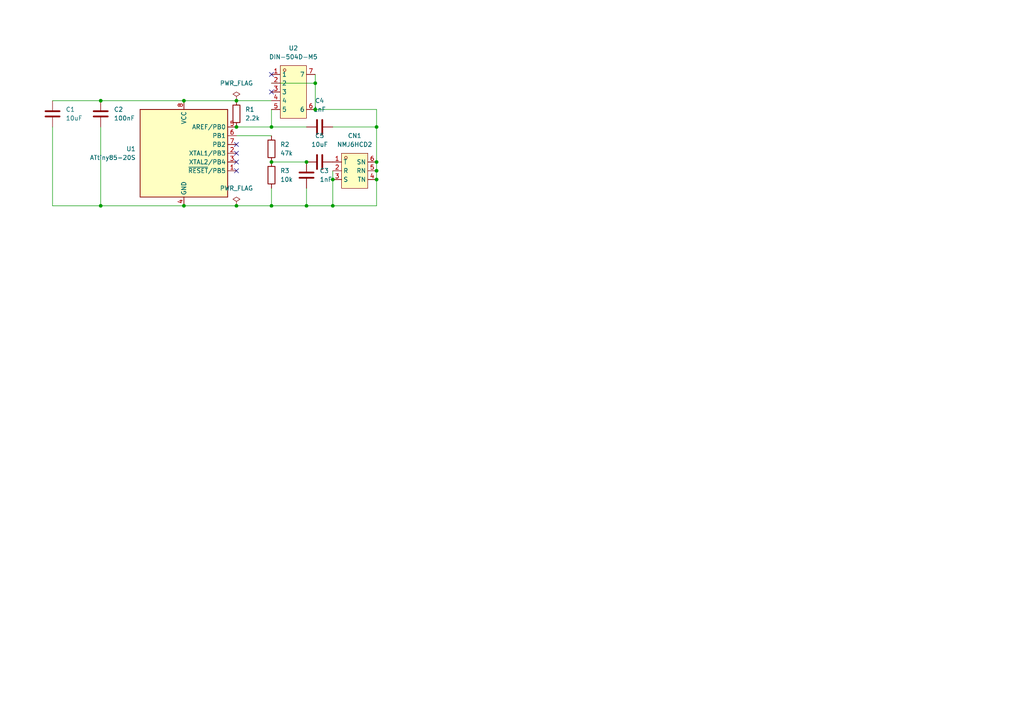
<source format=kicad_sch>
(kicad_sch (version 20250114) (generator "eeschema") (generator_version "9.0")
  (paper "A4")
  (lib_symbols
    (symbol "Device:C" (pin_numbers (hide yes)) (pin_names (offset 0.254))
      (property "Reference" "C" (at 0.635 2.54 0))
      (property "Value" "C" (at 0.635 -2.54 0))
      (symbol "C_0_1"
        (polyline (pts (xy -2.032 0.762) (xy 2.032 0.762)) (stroke (width 0.508)))
        (polyline (pts (xy -2.032 -0.762) (xy 2.032 -0.762)) (stroke (width 0.508)))
      )
      (symbol "C_1_1"
        (pin passive line (at 0 3.81 270) (length 2.794) (name "~") (number "1"))
        (pin passive line (at 0 -3.81 90) (length 2.794) (name "~") (number "2"))
      )
    )
    (symbol "Device:R" (pin_numbers (hide yes)) (pin_names (offset 0))
      (property "Reference" "R" (at 2.032 0 90))
      (property "Value" "R" (at 0 0 90))
      (symbol "R_0_1"
        (rectangle (start -1.016 -2.54) (end 1.016 2.54) (stroke (width 0.254)))
      )
      (symbol "R_1_1"
        (pin passive line (at 0 3.81 270) (length 1.27) (name "~") (number "1"))
        (pin passive line (at 0 -3.81 90) (length 1.27) (name "~") (number "2"))
      )
    )
    (symbol "MCU_Microchip_ATtiny:ATtiny85-20S"
      (property "Reference" "U" (at -12.7 13.97 0))
      (property "Value" "ATtiny85-20S" (at 2.54 -13.97 0))
      (symbol "ATtiny85-20S_0_1"
        (rectangle (start -12.7 -12.7) (end 12.7 12.7) (stroke (width 0.254)) (fill (type background)))
      )
      (symbol "ATtiny85-20S_1_1"
        (pin power_in line (at 0 15.24 270) (length 2.54) (name "VCC") (number "8"))
        (pin power_in line (at 0 -15.24 90) (length 2.54) (name "GND") (number "4"))
        (pin bidirectional line (at 15.24 7.62 180) (length 2.54) (name "AREF/PB0") (number "5"))
        (pin bidirectional line (at 15.24 5.08 180) (length 2.54) (name "PB1") (number "6"))
        (pin bidirectional line (at 15.24 2.54 180) (length 2.54) (name "PB2") (number "7"))
        (pin bidirectional line (at 15.24 0 180) (length 2.54) (name "XTAL1/PB3") (number "2"))
        (pin bidirectional line (at 15.24 -2.54 180) (length 2.54) (name "XTAL2/PB4") (number "3"))
        (pin bidirectional line (at 15.24 -5.08 180) (length 2.54) (name "~{RESET}/PB5") (number "1"))
      )
    )
    (symbol "audio:NMJ6HCD2"
      (property "Reference" "CN" (at 0 7.62 0))
      (property "Value" "NMJ6HCD2" (at 0 -7.62 0))
      (symbol "NMJ6HCD2_0_1"
        (rectangle (start -3.81 5.08) (end 3.81 -5.08) (fill (type background)))
        (circle (center -2.54 3.81) (radius 0.38))
        (pin unspecified line (at -6.35 2.54 0) (length 2.54) (name "T") (number "1"))
        (pin unspecified line (at -6.35 0 0) (length 2.54) (name "R") (number "2"))
        (pin unspecified line (at -6.35 -2.54 0) (length 2.54) (name "S") (number "3"))
        (pin unspecified line (at 6.35 2.54 180) (length 2.54) (name "SN") (number "6"))
        (pin unspecified line (at 6.35 0 180) (length 2.54) (name "RN") (number "5"))
        (pin unspecified line (at 6.35 -2.54 180) (length 2.54) (name "TN") (number "4"))
      )
    )
    (symbol "din5:DIN-504D-M5"
      (property "Reference" "U" (at 0 10.16 0))
      (property "Value" "DIN-504D-M5" (at 0 -10.16 0))
      (symbol "DIN-504D-M5_0_1"
        (rectangle (start -3.81 7.62) (end 3.81 -7.62) (fill (type background)))
        (circle (center -2.54 6.35) (radius 0.38))
        (pin unspecified line (at -6.35 5.08 0) (length 2.54) (name "1") (number "1"))
        (pin unspecified line (at -6.35 2.54 0) (length 2.54) (name "2") (number "2"))
        (pin unspecified line (at -6.35 0 0) (length 2.54) (name "3") (number "3"))
        (pin unspecified line (at -6.35 -2.54 0) (length 2.54) (name "4") (number "4"))
        (pin unspecified line (at -6.35 -5.08 0) (length 2.54) (name "5") (number "5"))
        (pin unspecified line (at 6.35 5.08 180) (length 2.54) (name "7") (number "7"))
        (pin unspecified line (at 6.35 -5.08 180) (length 2.54) (name "6") (number "6"))
      )
    )
    (symbol "power:PWR_FLAG" (power) (pin_numbers (hide yes)) (pin_names (offset 0) (hide yes))
      (property "Value" "PWR_FLAG" (at 0 3.81 0))
      (symbol "PWR_FLAG_0_0"
        (pin power_out line (at 0 0 90) (length 0) (name "~") (number "1"))
      )
      (symbol "PWR_FLAG_0_1"
        (polyline (pts (xy 0 0) (xy 0 1.27) (xy -1.016 1.905) (xy 0 2.54) (xy 1.016 1.905) (xy 0 1.27)))
      )
    )
  )
  (junction (at 91.44 31.75))
  (junction (at 53.34 59.69))
  (junction (at 29.21 29.21))
  (junction (at 78.74 59.69))
  (junction (at 109.22 46.99))
  (junction (at 96.52 52.07))
  (junction (at 91.44 24.13))
  (junction (at 109.22 49.53))
  (junction (at 29.21 59.69))
  (junction (at 109.22 36.83))
  (junction (at 78.74 36.83))
  (junction (at 88.9 46.99))
  (junction (at 53.34 29.21))
  (junction (at 109.22 52.07))
  (junction (at 78.74 46.99))
  (junction (at 68.58 29.21))
  (junction (at 68.58 59.69))
  (junction (at 96.52 59.69))
  (junction (at 88.9 59.69))
  (junction (at 68.58 36.83))
  (no_connect (at 68.58 41.91))
  (no_connect (at 68.58 46.99))
  (no_connect (at 78.74 26.67))
  (no_connect (at 78.74 21.59))
  (no_connect (at 68.58 49.53))
  (no_connect (at 68.58 44.45))
  (wire (pts (xy 91.44 31.75) (xy 109.22 31.75)))
  (wire (pts (xy 96.52 59.69) (xy 88.9 59.69)))
  (wire (pts (xy 91.44 24.13) (xy 91.44 21.59)))
  (wire (pts (xy 53.34 29.21) (xy 68.58 29.21)))
  (wire (pts (xy 109.22 46.99) (xy 109.22 49.53)))
  (wire (pts (xy 109.22 36.83) (xy 109.22 46.99)))
  (wire (pts (xy 29.21 59.69) (xy 53.34 59.69)))
  (wire (pts (xy 68.58 39.37) (xy 78.74 39.37)))
  (wire (pts (xy 78.74 59.69) (xy 68.58 59.69)))
  (wire (pts (xy 109.22 31.75) (xy 109.22 36.83)))
  (wire (pts (xy 96.52 36.83) (xy 109.22 36.83)))
  (wire (pts (xy 96.52 49.53) (xy 96.52 52.07)))
  (wire (pts (xy 109.22 49.53) (xy 109.22 52.07)))
  (wire (pts (xy 68.58 36.83) (xy 78.74 36.83)))
  (wire (pts (xy 109.22 59.69) (xy 96.52 59.69)))
  (wire (pts (xy 109.22 52.07) (xy 109.22 59.69)))
  (wire (pts (xy 15.24 36.83) (xy 15.24 59.69)))
  (wire (pts (xy 15.24 29.21) (xy 29.21 29.21)))
  (wire (pts (xy 29.21 36.83) (xy 29.21 59.69)))
  (wire (pts (xy 78.74 24.13) (xy 91.44 24.13)))
  (wire (pts (xy 78.74 36.83) (xy 88.9 36.83)))
  (wire (pts (xy 88.9 54.61) (xy 88.9 59.69)))
  (wire (pts (xy 78.74 54.61) (xy 78.74 59.69)))
  (wire (pts (xy 88.9 59.69) (xy 78.74 59.69)))
  (wire (pts (xy 96.52 52.07) (xy 96.52 59.69)))
  (wire (pts (xy 68.58 59.69) (xy 53.34 59.69)))
  (wire (pts (xy 91.44 24.13) (xy 91.44 31.75)))
  (wire (pts (xy 68.58 29.21) (xy 78.74 29.21)))
  (wire (pts (xy 78.74 46.99) (xy 88.9 46.99)))
  (wire (pts (xy 29.21 29.21) (xy 53.34 29.21)))
  (wire (pts (xy 78.74 31.75) (xy 78.74 36.83)))
  (wire (pts (xy 15.24 59.69) (xy 29.21 59.69)))
  (symbol (lib_id "Device:C") (at 92.71 36.83 90) (unit 1)
    (property "Reference" "C4" (at 92.71 29.21 90))
    (property "Value" "1nF" (at 92.71 31.75 90))
    (property "Footprint" "Capacitor_SMD:C_1206_3216Metric" (effects (hide yes)))
    (property "Description" "Unpolarized capacitor" (effects (hide yes)))
  )
  (symbol (lib_id "Device:C") (at 29.21 33.02 0) (unit 1)
    (property "Reference" "C2" (at 33.02 31.7499 0) (effects (justify left)))
    (property "Value" "100nF" (at 33.02 34.2899 0) (effects (justify left)))
    (property "Footprint" "Capacitor_SMD:C_1206_3216Metric" (effects (hide yes)))
    (property "Description" "Unpolarized capacitor" (effects (hide yes)))
  )
  (symbol (lib_id "audio:NMJ6HCD2") (at 102.87 49.53 0) (unit 1)
    (property "Reference" "CN1" (at 102.87 39.37 0))
    (property "Value" "NMJ6HCD2" (at 102.87 41.91 0))
    (property "Footprint" "audio:AUDIO-TH_NMJ6HCD2" (effects (hide yes)))
    (property "LCSC Part" "C368502" (effects (hide yes)))
  )
  (symbol (lib_id "Device:R") (at 78.74 50.8 0) (unit 1)
    (property "Reference" "R3" (at 81.28 49.5299 0) (effects (justify left)))
    (property "Value" "10k" (at 81.28 52.0699 0) (effects (justify left)))
    (property "Footprint" "Resistor_SMD:R_1206_3216Metric" (effects (hide yes)))
    (property "Description" "Resistor" (effects (hide yes)))
  )
  (symbol (lib_id "Device:R") (at 78.74 43.18 180) (unit 1)
    (property "Reference" "R2" (at 81.28 41.9099 0) (effects (justify right)))
    (property "Value" "47k" (at 81.28 44.4499 0) (effects (justify right)))
    (property "Footprint" "Resistor_SMD:R_1206_3216Metric" (effects (hide yes)))
    (property "Description" "Resistor" (effects (hide yes)))
  )
  (symbol (lib_id "Device:C") (at 92.71 46.99 90) (unit 1)
    (property "Reference" "C5" (at 92.71 39.37 90))
    (property "Value" "10uF" (at 92.71 41.91 90))
    (property "Footprint" "Capacitor_SMD:C_1206_3216Metric" (effects (hide yes)))
    (property "Description" "Unpolarized capacitor" (effects (hide yes)))
  )
  (symbol (lib_id "MCU_Microchip_ATtiny:ATtiny85-20S") (at 53.34 44.45 0) (unit 1)
    (property "Reference" "U1" (at 39.37 43.1799 0) (effects (justify right)))
    (property "Value" "ATtiny85-20S" (at 39.37 45.7199 0) (effects (justify right)))
    (property "Footprint" "Package_SO:SOIC-8_5.3x5.3mm_P1.27mm" (effects (hide yes)))
    (property "Datasheet" "http://ww1.microchip.com/downloads/en/DeviceDoc/atmel-2586-avr-8-bit-microcontroller-attiny25-attiny45-attiny85_datasheet.pdf" (effects (hide yes)))
    (property "Description" "20MHz, 8kB Flash, 512B SRAM, 512B EEPROM, debugWIRE, SOIC-8" (effects (hide yes)))
  )
  (symbol (lib_id "Device:R") (at 68.58 33.02 0) (unit 1)
    (property "Reference" "R1" (at 71.12 31.7499 0) (effects (justify left)))
    (property "Value" "2.2k" (at 71.12 34.2899 0) (effects (justify left)))
    (property "Footprint" "Resistor_SMD:R_1206_3216Metric" (effects (hide yes)))
    (property "Description" "Resistor" (effects (hide yes)))
  )
  (symbol (lib_id "Device:C") (at 15.24 33.02 0) (unit 1)
    (property "Reference" "C1" (at 19.05 31.7499 0) (effects (justify left)))
    (property "Value" "10uF" (at 19.05 34.2899 0) (effects (justify left)))
    (property "Footprint" "Capacitor_SMD:C_1206_3216Metric" (effects (hide yes)))
    (property "Description" "Unpolarized capacitor" (effects (hide yes)))
  )
  (symbol (lib_id "power:PWR_FLAG") (at 68.58 29.21 0) (unit 1)
    (property "Reference" "#FLG01" (effects (hide yes)))
    (property "Value" "PWR_FLAG" (at 68.58 24.13 0))
    (property "Description" "Special symbol for telling ERC where power comes from" (effects (hide yes)))
  )
  (symbol (lib_id "Device:C") (at 88.9 50.8 0) (unit 1)
    (property "Reference" "C3" (at 92.71 49.5299 0) (effects (justify left)))
    (property "Value" "1nF" (at 92.71 52.0699 0) (effects (justify left)))
    (property "Footprint" "Capacitor_SMD:C_1206_3216Metric" (effects (hide yes)))
    (property "Description" "Unpolarized capacitor" (effects (hide yes)))
  )
  (symbol (lib_id "din5:DIN-504D-M5") (at 85.09 26.67 0) (unit 1)
    (property "Reference" "U2" (at 85.09 13.97 0))
    (property "Value" "DIN-504D-M5" (at 85.09 16.51 0))
    (property "Footprint" "din5:CONN-TH_DIN-504D-M5" (effects (hide yes)))
    (property "LCSC Part" "C2939347" (effects (hide yes)))
  )
  (symbol (lib_id "power:PWR_FLAG") (at 68.58 59.69 0) (unit 1)
    (property "Reference" "#FLG02" (effects (hide yes)))
    (property "Value" "PWR_FLAG" (at 68.58 54.61 0))
    (property "Description" "Special symbol for telling ERC where power comes from" (effects (hide yes)))
  )
)
</source>
